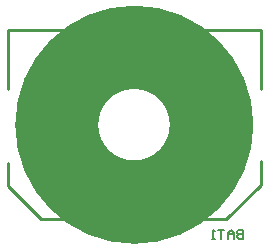
<source format=gbo>
G04*
G04 #@! TF.GenerationSoftware,Altium Limited,Altium Designer,18.1.7 (191)*
G04*
G04 Layer_Color=32896*
%FSLAX24Y24*%
%MOIN*%
G70*
G01*
G75*
%ADD11C,0.0079*%
%ADD75C,0.2717*%
%ADD76C,0.0100*%
D11*
X49213Y21575D02*
G03*
X49213Y21575I-3937J0D01*
G01*
X48909Y18081D02*
Y17766D01*
X48751D01*
X48699Y17818D01*
Y17871D01*
X48751Y17923D01*
X48909D01*
X48751D01*
X48699Y17976D01*
Y18028D01*
X48751Y18081D01*
X48909D01*
X48594Y17766D02*
Y17976D01*
X48489Y18081D01*
X48384Y17976D01*
Y17766D01*
Y17923D01*
X48594D01*
X48279Y18081D02*
X48069D01*
X48174D01*
Y17766D01*
X47964D02*
X47859D01*
X47912D01*
Y18081D01*
X47964Y18028D01*
D75*
X47825Y21575D02*
G03*
X47825Y21575I-2559J0D01*
G01*
D76*
X41063Y22756D02*
Y24724D01*
Y19528D02*
Y20315D01*
X49488Y22756D02*
Y24724D01*
Y19567D02*
Y20354D01*
X42323Y18425D02*
X42323Y18425D01*
X42165D02*
X48346D01*
Y18425D02*
X49488Y19567D01*
X41063Y19528D02*
X42165Y18425D01*
X41063Y24724D02*
X49488D01*
M02*

</source>
